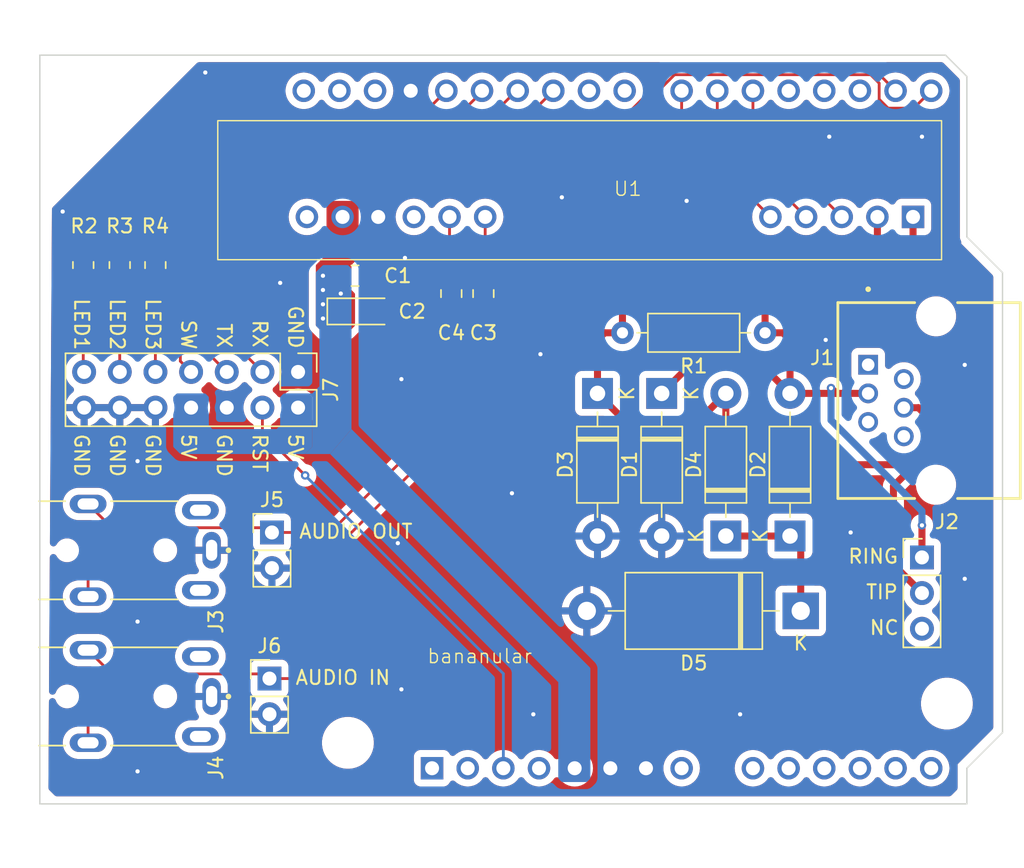
<source format=kicad_pcb>
(kicad_pcb (version 20240108) (generator "pcbnew") (generator_version "8.0")
  (title_block (title "Telduino") (date "2024-11-13") (rev "0.1"))
  (layers (0 "F.Cu" signal) (31 "B.Cu" signal) (34 "B.Paste" user) (35 "F.Paste" user) (36 "B.SilkS" user "B.Silkscreen") (37 "F.SilkS" user "F.Silkscreen") (38 "B.Mask" user) (39 "F.Mask" user) (44 "Edge.Cuts" user))
  (net 0 "")
  (net 1 "Net-(A1-D7)")
  (net 2 "Net-(A1-D5)")
  (net 13 "5V")
  (net 14 "GND")
  (net 19 "Net-(A1-D6)")
  (net 24 "Net-(J6-Pin_1)")
  (net 25 "Net-(U1-VR)")
  (net 27 "Net-(J5-Pin_1)")
  (net 28 "Net-(U1-VX)")
  (net 30 "Net-(D1-K)")
  (net 31 "Net-(D2-K)")
  (net 32 "Net-(D3-K)")
  (net 41 "Net-(A1-D1{slash}TX)")
  (net 42 "Net-(A1-D0{slash}RX)")
  (net 43 "Net-(A1-~{RESET})")
  (net 44 "Net-(A1-D13)")
  (net 45 "Net-(A1-D12)")
  (net 46 "Net-(A1-D11)")
  (net 47 "Net-(A1-D10)")
  (net 48 "Net-(J7-Pin_9)")
  (net 49 "Net-(J7-Pin_11)")
  (net 50 "Net-(J7-Pin_13)")
  (footprint "telduino:GCT_MJ3235-66-0_REVA" (layer "F.Cu") (at 180.848 98.806 90)
    (property "Reference" "J1" (at 3.048 -7.62 180) (layer "F.SilkS"))
    (property "Value" "RJ12")
    (fp_line (start 6.975 -6.5) (end 6.975 -1.03) (stroke (width 0.2)) (layer "F.SilkS"))
    (fp_line (start -6.975 -6.5) (end 6.975 -6.5) (stroke (width 0.2)) (layer "F.SilkS"))
    (fp_line (start -6.975 -6.5) (end -6.975 -1.03) (stroke (width 0.2)) (layer "F.SilkS"))
    (fp_line (start 6.975 6.5) (end 6.975 2.03) (stroke (width 0.2)) (layer "F.SilkS"))
    (fp_line (start -6.975 6.5) (end -6.975 2.03) (stroke (width 0.2)) (layer "F.SilkS"))
    (fp_line (start -6.975 6.5) (end 6.975 6.5) (stroke (width 0.2)) (layer "F.SilkS"))
    (fp_circle (center 7.93 -4.34) (end 8.03 -4.34) (stroke (width 0.2)) (fill none) (layer "F.SilkS"))
    (pad "" np_thru_hole circle (at -6 0.5 90) (size 2.36 2.36) (drill 2.36) (layers "*.Cu" "*.Mask"))
    (pad "" np_thru_hole circle (at 6 0.5 90) (size 2.36 2.36) (drill 2.36) (layers "*.Cu" "*.Mask"))
    (pad "1" thru_hole rect (at 2.55 -4.34 90) (size 1.408 1.408) (drill 0.9) (layers "*.Cu" "*.Mask"))
    (pad "2" thru_hole circle (at 1.53 -1.8 90) (size 1.408 1.408) (drill 0.9) (layers "*.Cu" "*.Mask"))
    (pad "3" thru_hole circle (at 0.51 -4.34 90) (size 1.408 1.408) (drill 0.9) (layers "*.Cu" "*.Mask") (net 30 "Net-(D1-K)"))
    (pad "4" thru_hole circle (at -0.51 -1.8 90) (size 1.408 1.408) (drill 0.9) (layers "*.Cu" "*.Mask") (net 32 "Net-(D3-K)"))
    (pad "5" thru_hole circle (at -1.53 -4.34 90) (size 1.408 1.408) (drill 0.9) (layers "*.Cu" "*.Mask"))
    (pad "6" thru_hole circle (at -2.55 -1.8 90) (size 1.408 1.408) (drill 0.9) (layers "*.Cu" "*.Mask"))
  )
  (footprint "telduino:Arduino_UNO_R3" (layer "F.Cu") (at 145.44 76.74)
    (property "Reference" "A1" (hide yes))
    (property "Value" "Arduino_UNO_R3")
    (fp_line (start -27.94 -2.54) (end -27.94 50.8) (stroke (width 0.1)) (layer "Edge.Cuts"))
    (fp_line (start -27.94 50.8) (end 38.1 50.8) (stroke (width 0.1)) (layer "Edge.Cuts"))
    (fp_line (start 36.58 -2.54) (end -27.94 -2.54) (stroke (width 0.1)) (layer "Edge.Cuts"))
    (fp_line (start 38.1 -1.02) (end 36.58 -2.54) (stroke (width 0.1)) (layer "Edge.Cuts"))
    (fp_line (start 38.1 10.41) (end 38.1 -1.02) (stroke (width 0.1)) (layer "Edge.Cuts"))
    (fp_line (start 38.1 48.26) (end 40.64 45.72) (stroke (width 0.1)) (layer "Edge.Cuts"))
    (fp_line (start 38.1 50.8) (end 38.1 48.26) (stroke (width 0.1)) (layer "Edge.Cuts"))
    (fp_line (start 40.64 12.95) (end 38.1 10.41) (stroke (width 0.1)) (layer "Edge.Cuts"))
    (fp_line (start 40.64 45.72) (end 40.64 12.95) (stroke (width 0.1)) (layer "Edge.Cuts"))
    (pad "1" thru_hole rect (at 0 48.26 270) (size 1.6 1.6) (drill 1) (layers "*.Cu" "*.Mask"))
    (pad "2" thru_hole oval (at 2.54 48.26 270) (size 1.6 1.6) (drill 1) (layers "*.Cu" "*.Mask"))
    (pad "3" thru_hole oval (at 5.08 48.26 270) (size 1.6 1.6) (drill 1) (layers "*.Cu" "*.Mask") (net 43 "Net-(A1-~{RESET})"))
    (pad "4" thru_hole oval (at 7.62 48.26 270) (size 1.6 1.6) (drill 1) (layers "*.Cu" "*.Mask"))
    (pad "5" thru_hole oval (at 10.16 48.26 270) (size 1.6 1.6) (drill 1) (layers "*.Cu" "*.Mask") (net 13 "5V"))
    (pad "6" thru_hole oval (at 12.7 48.26 270) (size 1.6 1.6) (drill 1) (layers "*.Cu" "*.Mask") (net 14 "GND"))
    (pad "7" thru_hole oval (at 15.24 48.26 270) (size 1.6 1.6) (drill 1) (layers "*.Cu" "*.Mask") (net 14 "GND"))
    (pad "8" thru_hole oval (at 17.78 48.26 270) (size 1.6 1.6) (drill 1) (layers "*.Cu" "*.Mask"))
    (pad "9" thru_hole oval (at 22.86 48.26 270) (size 1.6 1.6) (drill 1) (layers "*.Cu" "*.Mask"))
    (pad "10" thru_hole oval (at 25.4 48.26 270) (size 1.6 1.6) (drill 1) (layers "*.Cu" "*.Mask"))
    (pad "11" thru_hole oval (at 27.94 48.26 270) (size 1.6 1.6) (drill 1) (layers "*.Cu" "*.Mask"))
    (pad "12" thru_hole oval (at 30.48 48.26 270) (size 1.6 1.6) (drill 1) (layers "*.Cu" "*.Mask"))
    (pad "13" thru_hole oval (at 33.02 48.26 270) (size 1.6 1.6) (drill 1) (layers "*.Cu" "*.Mask"))
    (pad "14" thru_hole oval (at 35.56 48.26 270) (size 1.6 1.6) (drill 1) (layers "*.Cu" "*.Mask"))
    (pad "15" thru_hole oval (at 35.56 0 270) (size 1.6 1.6) (drill 1) (layers "*.Cu" "*.Mask") (net 42 "Net-(A1-D0{slash}RX)"))
    (pad "16" thru_hole oval (at 33.02 0 270) (size 1.6 1.6) (drill 1) (layers "*.Cu" "*.Mask") (net 41 "Net-(A1-D1{slash}TX)"))
    (pad "17" thru_hole oval (at 30.48 0 270) (size 1.6 1.6) (drill 1) (layers "*.Cu" "*.Mask"))
    (pad "18" thru_hole oval (at 27.94 0 270) (size 1.6 1.6) (drill 1) (layers "*.Cu" "*.Mask"))
    (pad "19" thru_hole oval (at 25.4 0 270) (size 1.6 1.6) (drill 1) (layers "*.Cu" "*.Mask"))
    (pad "20" thru_hole oval (at 22.86 0 270) (size 1.6 1.6) (drill 1) (layers "*.Cu" "*.Mask") (net 2 "Net-(A1-D5)"))
    (pad "21" thru_hole oval (at 20.32 0 270) (size 1.6 1.6) (drill 1) (layers "*.Cu" "*.Mask") (net 19 "Net-(A1-D6)"))
    (pad "22" thru_hole oval (at 17.78 0 270) (size 1.6 1.6) (drill 1) (layers "*.Cu" "*.Mask") (net 1 "Net-(A1-D7)"))
    (pad "23" thru_hole oval (at 13.72 0 270) (size 1.6 1.6) (drill 1) (layers "*.Cu" "*.Mask"))
    (pad "24" thru_hole oval (at 11.18 0 270) (size 1.6 1.6) (drill 1) (layers "*.Cu" "*.Mask"))
    (pad "25" thru_hole oval (at 8.64 0 270) (size 1.6 1.6) (drill 1) (layers "*.Cu" "*.Mask") (net 47 "Net-(A1-D10)"))
    (pad "26" thru_hole oval (at 6.1 0 270) (size 1.6 1.6) (drill 1) (layers "*.Cu" "*.Mask") (net 46 "Net-(A1-D11)"))
    (pad "27" thru_hole oval (at 3.56 0 270) (size 1.6 1.6) (drill 1) (layers "*.Cu" "*.Mask") (net 45 "Net-(A1-D12)"))
    (pad "28" thru_hole oval (at 1.02 0 270) (size 1.6 1.6) (drill 1) (layers "*.Cu" "*.Mask") (net 44 "Net-(A1-D13)"))
    (pad "29" thru_hole oval (at -1.52 0 270) (size 1.6 1.6) (drill 1) (layers "*.Cu" "*.Mask") (net 14 "GND"))
    (pad "30" thru_hole oval (at -4.06 0 270) (size 1.6 1.6) (drill 1) (layers "*.Cu" "*.Mask"))
    (pad "31" thru_hole oval (at -6.6 0 270) (size 1.6 1.6) (drill 1) (layers "*.Cu" "*.Mask"))
    (pad "32" thru_hole oval (at -9.14 0 270) (size 1.6 1.6) (drill 1) (layers "*.Cu" "*.Mask"))
  )
  (footprint "MountingHole:MountingHole_3.2mm_M3" (layer "F.Cu") (at 139.446 123.19)
    (property "Reference" "H2" (hide yes))
    (property "Value" "MountingHole")
    (pad "" np_thru_hole circle (at 0 0) (size 3.2 3.2) (drill 3.2) (layers "*.Cu" "*.Mask"))
  )
  (footprint "Capacitor_SMD:C_0805_2012Metric_Pad1.18x1.45mm_HandSolder" (layer "F.Cu") (at 149.098 91.186 -90)
    (property "Reference" "C3" (at 2.794 0 180) (layer "F.SilkS"))
    (property "Value" "100n")
    (fp_line (start -0.261252 0.735) (end 0.261252 0.735) (stroke (width 0.12)) (layer "F.SilkS"))
    (fp_line (start -0.261252 -0.735) (end 0.261252 -0.735) (stroke (width 0.12)) (layer "F.SilkS"))
    (pad "1" smd roundrect (at -1.0375 0 270) (size 1.175 1.45) (layers "F.Cu" "F.Paste" "F.Mask") (roundrect_rratio 0.212766) (net 25 "Net-(U1-VR)"))
    (pad "2" smd roundrect (at 1.0375 0 270) (size 1.175 1.45) (layers "F.Cu" "F.Paste" "F.Mask") (roundrect_rratio 0.212766) (net 24 "Net-(J6-Pin_1)"))
  )
  (footprint "Capacitor_Tantalum_SMD:CP_EIA-3216-18_Kemet-A_Pad1.58x1.35mm_HandSolder" (layer "F.Cu") (at 140.462 92.456)
    (property "Reference" "C2" (at 3.556 0 0) (layer "F.SilkS"))
    (property "Value" "10u")
    (fp_line (start -2.485 -0.935) (end -2.485 0.935) (stroke (width 0.12)) (layer "F.SilkS"))
    (fp_line (start -2.485 0.935) (end 1.6 0.935) (stroke (width 0.12)) (layer "F.SilkS"))
    (fp_line (start 1.6 -0.935) (end -2.485 -0.935) (stroke (width 0.12)) (layer "F.SilkS"))
    (pad "1" smd roundrect (at -1.4375 0) (size 1.575 1.35) (layers "F.Cu" "F.Paste" "F.Mask") (roundrect_rratio 0.185185) (net 13 "5V"))
    (pad "2" smd roundrect (at 1.4375 0) (size 1.575 1.35) (layers "F.Cu" "F.Paste" "F.Mask") (roundrect_rratio 0.185185) (net 14 "GND"))
  )
  (footprint "telduino:KS0835F" (layer "F.Cu") (at 159.385 85.725)
    (property "Reference" "U1" (at 0 -2 0) (layer "F.SilkS") (effects (font (thickness 0.1))))
    (property "Value" "KS0835F")
    (fp_rect (start -29.21 -6.858) (end 22.352 3.048) (stroke (width 0.1)) (fill none) (layer "F.SilkS"))
    (pad "1" thru_hole rect (at 20.32 0) (size 1.6 1.6) (drill 1) (layers "*.Cu" "*.Mask") (net 30 "Net-(D1-K)"))
    (pad "2" thru_hole circle (at 17.78 0) (size 1.6 1.6) (drill 1) (layers "*.Cu" "*.Mask") (net 32 "Net-(D3-K)"))
    (pad "3" thru_hole circle (at 15.24 0) (size 1.6 1.6) (drill 1) (layers "*.Cu" "*.Mask") (net 2 "Net-(A1-D5)"))
    (pad "4" thru_hole circle (at 12.7 0) (size 1.6 1.6) (drill 1) (layers "*.Cu" "*.Mask") (net 19 "Net-(A1-D6)"))
    (pad "5" thru_hole circle (at 10.16 0) (size 1.6 1.6) (drill 1) (layers "*.Cu" "*.Mask") (net 1 "Net-(A1-D7)"))
    (pad "6" thru_hole circle (at -10.16 0) (size 1.6 1.6) (drill 1) (layers "*.Cu" "*.Mask") (net 25 "Net-(U1-VR)"))
    (pad "7" thru_hole circle (at -12.7 0) (size 1.6 1.6) (drill 1) (layers "*.Cu" "*.Mask") (net 28 "Net-(U1-VX)"))
    (pad "8" thru_hole circle (at -15.24 0) (size 1.6 1.6) (drill 1) (layers "*.Cu" "*.Mask"))
    (pad "9" thru_hole circle (at -17.78 0) (size 1.6 1.6) (drill 1) (layers "*.Cu" "*.Mask") (net 14 "GND"))
    (pad "10" thru_hole circle (at -20.32 0) (size 1.6 1.6) (drill 1) (layers "*.Cu" "*.Mask") (net 13 "5V"))
    (pad "11" thru_hole circle (at -22.86 0) (size 1.6 1.6) (drill 1) (layers "*.Cu" "*.Mask"))
  )
  (footprint "Resistor_SMD:R_0805_2012Metric_Pad1.20x1.40mm_HandSolder" (layer "F.Cu") (at 120.592 89.154 90)
    (property "Reference" "R2" (at 2.778 0.058 180) (layer "F.SilkS"))
    (property "Value" "220R")
    (fp_line (start -0.227064 -0.735) (end 0.227064 -0.735) (stroke (width 0.12)) (layer "F.SilkS"))
    (fp_line (start -0.227064 0.735) (end 0.227064 0.735) (stroke (width 0.12)) (layer "F.SilkS"))
    (pad "1" smd roundrect (at -1 0 90) (size 1.2 1.4) (layers "F.Cu" "F.Paste" "F.Mask") (roundrect_rratio 0.208333) (net 50 "Net-(J7-Pin_13)"))
    (pad "2" smd roundrect (at 1 0 90) (size 1.2 1.4) (layers "F.Cu" "F.Paste" "F.Mask") (roundrect_rratio 0.208333) (net 44 "Net-(A1-D13)"))
  )
  (footprint "Connector_PinHeader_2.54mm:PinHeader_1x02_P2.54mm_Vertical" (layer "F.Cu") (at 133.858 118.613)
    (property "Reference" "J6" (at 0 -2.33 0) (layer "F.SilkS"))
    (property "Value" "Conn_01x02_Pin")
    (fp_line (start -1.33 -1.33) (end 0 -1.33) (stroke (width 0.12)) (layer "F.SilkS"))
    (fp_line (start -1.33 0) (end -1.33 -1.33) (stroke (width 0.12)) (layer "F.SilkS"))
    (fp_line (start -1.33 1.27) (end -1.33 3.87) (stroke (width 0.12)) (layer "F.SilkS"))
    (fp_line (start -1.33 1.27) (end 1.33 1.27) (stroke (width 0.12)) (layer "F.SilkS"))
    (fp_line (start -1.33 3.87) (end 1.33 3.87) (stroke (width 0.12)) (layer "F.SilkS"))
    (fp_line (start 1.33 1.27) (end 1.33 3.87) (stroke (width 0.12)) (layer "F.SilkS"))
    (pad "1" thru_hole rect (at 0 0) (size 1.7 1.7) (drill 1) (layers "*.Cu" "*.Mask") (net 24 "Net-(J6-Pin_1)"))
    (pad "2" thru_hole oval (at 0 2.54) (size 1.7 1.7) (drill 1) (layers "*.Cu" "*.Mask") (net 14 "GND"))
  )
  (footprint "Diode_THT:D_DO-41_SOD81_P10.16mm_Horizontal" (layer "F.Cu") (at 157.226 98.298 -90)
    (property "Reference" "D3" (at 5.08 2.286 90) (layer "F.SilkS"))
    (property "Value" "1N4004")
    (fp_line (start 2.36 1.47) (end 7.8 1.47) (stroke (width 0.12)) (layer "F.SilkS"))
    (fp_line (start 7.8 1.47) (end 7.8 -1.47) (stroke (width 0.12)) (layer "F.SilkS"))
    (fp_line (start 1.34 0) (end 2.36 0) (stroke (width 0.12)) (layer "F.SilkS"))
    (fp_line (start 8.82 0) (end 7.8 0) (stroke (width 0.12)) (layer "F.SilkS"))
    (fp_line (start 2.36 -1.47) (end 2.36 1.47) (stroke (width 0.12)) (layer "F.SilkS"))
    (fp_line (start 3.14 -1.47) (end 3.14 1.47) (stroke (width 0.12)) (layer "F.SilkS"))
    (fp_line (start 3.26 -1.47) (end 3.26 1.47) (stroke (width 0.12)) (layer "F.SilkS"))
    (fp_line (start 3.38 -1.47) (end 3.38 1.47) (stroke (width 0.12)) (layer "F.SilkS"))
    (fp_line (start 7.8 -1.47) (end 2.36 -1.47) (stroke (width 0.12)) (layer "F.SilkS"))
    (fp_text user "K" (at 0 -2.1 90) (layer "F.SilkS"))
    (pad "1" thru_hole rect (at 0 0 270) (size 2.2 2.2) (drill 1.1) (layers "*.Cu" "*.Mask") (net 32 "Net-(D3-K)"))
    (pad "2" thru_hole oval (at 10.16 0 270) (size 2.2 2.2) (drill 1.1) (layers "*.Cu" "*.Mask") (net 14 "GND"))
  )
  (footprint "LOGO" (layer "F.Cu") (at 148.844 112.776)
    (property "Reference" "G***" (hide yes))
    (property "Value" "LOGO" (hide yes))
  )
  (footprint "Connector_PinHeader_2.54mm:PinHeader_1x02_P2.54mm_Vertical" (layer "F.Cu") (at 134.034 108.204)
    (property "Reference" "J5" (at 0 -2.33 0) (layer "F.SilkS"))
    (property "Value" "Conn_01x02_Pin")
    (fp_line (start -1.33 -1.33) (end 0 -1.33) (stroke (width 0.12)) (layer "F.SilkS"))
    (fp_line (start -1.33 0) (end -1.33 -1.33) (stroke (width 0.12)) (layer "F.SilkS"))
    (fp_line (start -1.33 1.27) (end -1.33 3.87) (stroke (width 0.12)) (layer "F.SilkS"))
    (fp_line (start -1.33 1.27) (end 1.33 1.27) (stroke (width 0.12)) (layer "F.SilkS"))
    (fp_line (start -1.33 3.87) (end 1.33 3.87) (stroke (width 0.12)) (layer "F.SilkS"))
    (fp_line (start 1.33 1.27) (end 1.33 3.87) (stroke (width 0.12)) (layer "F.SilkS"))
    (pad "1" thru_hole rect (at 0 0) (size 1.7 1.7) (drill 1) (layers "*.Cu" "*.Mask") (net 27 "Net-(J5-Pin_1)"))
    (pad "2" thru_hole oval (at 0 2.54) (size 1.7 1.7) (drill 1) (layers "*.Cu" "*.Mask") (net 14 "GND"))
  )
  (footprint "Diode_THT:D_DO-201_P15.24mm_Horizontal" (layer "F.Cu") (at 171.704 113.792 180)
    (property "Reference" "D5" (at 7.62 -3.725 0) (layer "F.SilkS"))
    (property "Value" "1N5375B")
    (fp_line (start 13.7 0) (end 12.505 0) (stroke (width 0.12)) (layer "F.SilkS"))
    (fp_line (start 12.505 2.725) (end 12.505 -2.725) (stroke (width 0.12)) (layer "F.SilkS"))
    (fp_line (start 12.505 -2.725) (end 2.735 -2.725) (stroke (width 0.12)) (layer "F.SilkS"))
    (fp_line (start 4.4045 -2.725) (end 4.4045 2.725) (stroke (width 0.12)) (layer "F.SilkS"))
    (fp_line (start 4.2845 -2.725) (end 4.2845 2.725) (stroke (width 0.12)) (layer "F.SilkS"))
    (fp_line (start 4.1645 -2.725) (end 4.1645 2.725) (stroke (width 0.12)) (layer "F.SilkS"))
    (fp_line (start 2.735 2.725) (end 12.505 2.725) (stroke (width 0.12)) (layer "F.SilkS"))
    (fp_line (start 2.735 -2.725) (end 2.735 2.725) (stroke (width 0.12)) (layer "F.SilkS"))
    (fp_line (start 1.54 0) (end 2.735 0) (stroke (width 0.12)) (layer "F.SilkS"))
    (fp_text user "K" (at 0 -2.3 0) (layer "F.SilkS"))
    (pad "1" thru_hole rect (at 0 0 180) (size 2.6 2.6) (drill 1.3) (layers "*.Cu" "*.Mask") (net 31 "Net-(D2-K)"))
    (pad "2" thru_hole oval (at 15.24 0 180) (size 2.6 2.6) (drill 1.3) (layers "*.Cu" "*.Mask") (net 14 "GND"))
  )
  (footprint "Resistor_SMD:R_0805_2012Metric_Pad1.20x1.40mm_HandSolder" (layer "F.Cu") (at 123.19 89.154 90)
    (property "Reference" "R3" (at 2.778 0 180) (layer "F.SilkS"))
    (property "Value" "220R")
    (fp_line (start -0.227064 -0.735) (end 0.227064 -0.735) (stroke (width 0.12)) (layer "F.SilkS"))
    (fp_line (start -0.227064 0.735) (end 0.227064 0.735) (stroke (width 0.12)) (layer "F.SilkS"))
    (pad "1" smd roundrect (at -1 0 90) (size 1.2 1.4) (layers "F.Cu" "F.Paste" "F.Mask") (roundrect_rratio 0.208333) (net 49 "Net-(J7-Pin_11)"))
    (pad "2" smd roundrect (at 1 0 90) (size 1.2 1.4) (layers "F.Cu" "F.Paste" "F.Mask") (roundrect_rratio 0.208333) (net 45 "Net-(A1-D12)"))
  )
  (footprint "Connector_PinHeader_2.54mm:PinHeader_1x03_P2.54mm_Vertical" (layer "F.Cu") (at 180.34 109.982)
    (property "Reference" "J2" (at 1.778 -2.54 0) (layer "F.SilkS"))
    (property "Value" "Conn_01x03_Pin")
    (fp_line (start -1.33 -1.33) (end 0 -1.33) (stroke (width 0.12)) (layer "F.SilkS"))
    (fp_line (start -1.33 0) (end -1.33 -1.33) (stroke (width 0.12)) (layer "F.SilkS"))
    (fp_line (start -1.33 1.27) (end -1.33 6.41) (stroke (width 0.12)) (layer "F.SilkS"))
    (fp_line (start -1.33 1.27) (end 1.33 1.27) (stroke (width 0.12)) (layer "F.SilkS"))
    (fp_line (start -1.33 6.41) (end 1.33 6.41) (stroke (width 0.12)) (layer "F.SilkS"))
    (fp_line (start 1.33 1.27) (end 1.33 6.41) (stroke (width 0.12)) (layer "F.SilkS"))
    (pad "1" thru_hole rect (at 0 0) (size 1.7 1.7) (drill 1) (layers "*.Cu" "*.Mask") (net 30 "Net-(D1-K)"))
    (pad "2" thru_hole oval (at 0 2.54) (size 1.7 1.7) (drill 1) (layers "*.Cu" "*.Mask") (net 32 "Net-(D3-K)"))
    (pad "3" thru_hole oval (at 0 5.08) (size 1.7 1.7) (drill 1) (layers "*.Cu" "*.Mask"))
  )
  (footprint "Resistor_THT:R_Axial_DIN0207_L6.3mm_D2.5mm_P10.16mm_Horizontal" (layer "F.Cu") (at 169.164 93.98 180)
    (property "Reference" "R1" (at 5.08 -2.37 0) (layer "F.SilkS"))
    (property "Value" "1M")
    (fp_line (start 9.12 0) (end 8.35 0) (stroke (width 0.12)) (layer "F.SilkS"))
    (fp_line (start 8.35 1.37) (end 8.35 -1.37) (stroke (width 0.12)) (layer "F.SilkS"))
    (fp_line (start 8.35 -1.37) (end 1.81 -1.37) (stroke (width 0.12)) (layer "F.SilkS"))
    (fp_line (start 1.81 1.37) (end 8.35 1.37) (stroke (width 0.12)) (layer "F.SilkS"))
    (fp_line (start 1.81 -1.37) (end 1.81 1.37) (stroke (width 0.12)) (layer "F.SilkS"))
    (fp_line (start 1.04 0) (end 1.81 0) (stroke (width 0.12)) (layer "F.SilkS"))
    (pad "1" thru_hole circle (at 0 0 180) (size 1.6 1.6) (drill 0.8) (layers "*.Cu" "*.Mask") (net 30 "Net-(D1-K)"))
    (pad "2" thru_hole oval (at 10.16 0 180) (size 1.6 1.6) (drill 0.8) (layers "*.Cu" "*.Mask") (net 32 "Net-(D3-K)"))
  )
  (footprint "Connector_PinHeader_2.54mm:PinHeader_2x07_P2.54mm_Vertical" (layer "F.Cu") (at 135.895 96.769 -90)
    (property "Reference" "J7" (at 1.27 -2.33 90) (layer "F.SilkS"))
    (property "Value" "Conn_02x07_Odd_Even")
    (fp_line (start -1.33 16.57) (end 3.87 16.57) (stroke (width 0.12)) (layer "F.SilkS"))
    (fp_line (start -1.33 1.27) (end -1.33 16.57) (stroke (width 0.12)) (layer "F.SilkS"))
    (fp_line (start -1.33 1.27) (end 1.27 1.27) (stroke (width 0.12)) (layer "F.SilkS"))
    (fp_line (start 1.27 1.27) (end 1.27 -1.33) (stroke (width 0.12)) (layer "F.SilkS"))
    (fp_line (start -1.33 0) (end -1.33 -1.33) (stroke (width 0.12)) (layer "F.SilkS"))
    (fp_line (start -1.33 -1.33) (end 0 -1.33) (stroke (width 0.12)) (layer "F.SilkS"))
    (fp_line (start 1.27 -1.33) (end 3.87 -1.33) (stroke (width 0.12)) (layer "F.SilkS"))
    (fp_line (start 3.87 -1.33) (end 3.87 16.57) (stroke (width 0.12)) (layer "F.SilkS"))
    (pad "1" thru_hole rect (at 0 0 270) (size 1.7 1.7) (drill 1) (layers "*.Cu" "*.Mask") (net 14 "GND"))
    (pad "2" thru_hole oval (at 2.54 0 270) (size 1.7 1.7) (drill 1) (layers "*.Cu" "*.Mask") (net 13 "5V"))
    (pad "3" thru_hole oval (at 0 2.54 270) (size 1.7 1.7) (drill 1) (layers "*.Cu" "*.Mask") (net 42 "Net-(A1-D0{slash}RX)"))
    (pad "4" thru_hole oval (at 2.54 2.54 270) (size 1.7 1.7) (drill 1) (layers "*.Cu" "*.Mask") (net 43 "Net-(A1-~{RESET})"))
    (pad "5" thru_hole oval (at 0 5.08 270) (size 1.7 1.7) (drill 1) (layers "*.Cu" "*.Mask") (net 41 "Net-(A1-D1{slash}TX)"))
    (pad "6" thru_hole oval (at 2.54 5.08 270) (size 1.7 1.7) (drill 1) (layers "*.Cu" "*.Mask") (net 14 "GND"))
    (pad "7" thru_hole oval (at 0 7.62 270) (size 1.7 1.7) (drill 1) (layers "*.Cu" "*.Mask") (net 47 "Net-(A1-D10)"))
    (pad "8" thru_hole oval (at 2.54 7.62 270) (size 1.7 1.7) (drill 1) (layers "*.Cu" "*.Mask") (net 13 "5V"))
    (pad "9" thru_hole oval (at 0 10.16 270) (size 1.7 1.7) (drill 1) (layers "*.Cu" "*.Mask") (net 48 "Net-(J7-Pin_9)"))
    (pad "10" thru_hole oval (at 2.54 10.16 270) (size 1.7 1.7) (drill 1) (layers "*.Cu" "*.Mask") (net 14 "GND"))
    (pad "11" thru_hole oval (at 0 12.7 270) (size 1.7 1.7) (drill 1) (layers "*.Cu" "*.Mask") (net 49 "Net-(J7-Pin_11)"))
    (pad "12" thru_hole oval (at 2.54 12.7 270) (size 1.7 1.7) (drill 1) (layers "*.Cu" "*.Mask") (net 14 "GND"))
    (pad "13" thru_hole oval (at 0 15.24 270) (size 1.7 1.7) (drill 1) (layers "*.Cu" "*.Mask") (net 50 "Net-(J7-Pin_13)"))
    (pad "14" thru_hole oval (at 2.54 15.24 270) (size 1.7 1.7) (drill 1) (layers "*.Cu" "*.Mask") (net 14 "GND"))
  )
  (footprint "Diode_THT:D_DO-41_SOD81_P10.16mm_Horizontal" (layer "F.Cu") (at 170.942 108.458 90)
    (property "Reference" "D2" (at 5.08 -2.286 90) (layer "F.SilkS"))
    (property "Value" "1N4004")
    (fp_line (start 7.8 -1.47) (end 2.36 -1.47) (stroke (width 0.12)) (layer "F.SilkS"))
    (fp_line (start 3.38 -1.47) (end 3.38 1.47) (stroke (width 0.12)) (layer "F.SilkS"))
    (fp_line (start 3.26 -1.47) (end 3.26 1.47) (stroke (width 0.12)) (layer "F.SilkS"))
    (fp_line (start 3.14 -1.47) (end 3.14 1.47) (stroke (width 0.12)) (layer "F.SilkS"))
    (fp_line (start 2.36 -1.47) (end 2.36 1.47) (stroke (width 0.12)) (layer "F.SilkS"))
    (fp_line (start 8.82 0) (end 7.8 0) (stroke (width 0.12)) (layer "F.SilkS"))
    (fp_line (start 1.34 0) (end 2.36 0) (stroke (width 0.12)) (layer "F.SilkS"))
    (fp_line (start 7.8 1.47) (end 7.8 -1.47) (stroke (width 0.12)) (layer "F.SilkS"))
    (fp_line (start 2.36 1.47) (end 7.8 1.47) (stroke (width 0.12)) (layer "F.SilkS"))
    (fp_text user "K" (at 0 -2.1 90) (layer "F.SilkS"))
    (pad "1" thru_hole rect (at 0 0 90) (size 2.2 2.2) (drill 1.1) (layers "*.Cu" "*.Mask") (net 31 "Net-(D2-K)"))
    (pad "2" thru_hole oval (at 10.16 0 90) (size 2.2 2.2) (drill 1.1) (layers "*.Cu" "*.Mask") (net 30 "Net-(D1-K)"))
  )
  (footprint "Resistor_SMD:R_0805_2012Metric_Pad1.20x1.40mm_HandSolder" (layer "F.Cu") (at 125.73 89.154 90)
    (property "Reference" "R4" (at 2.778 0 180) (layer "F.SilkS"))
    (property "Value" "220R")
    (fp_line (start -0.227064 -0.735) (end 0.227064 -0.735) (stroke (width 0.12)) (layer "F.SilkS"))
    (fp_line (start -0.227064 0.735) (end 0.227064 0.735) (stroke (width 0.12)) (layer "F.SilkS"))
    (pad "1" smd roundrect (at -1 0 90) (size 1.2 1.4) (layers "F.Cu" "F.Paste" "F.Mask") (roundrect_rratio 0.208333) (net 48 "Net-(J7-Pin_9)"))
    (pad "2" smd roundrect (at 1 0 90) (size 1.2 1.4) (layers "F.Cu" "F.Paste" "F.Mask") (roundrect_rratio 0.208333) (net 46 "Net-(A1-D11)"))
  )
  (footprint "MountingHole:MountingHole_3.2mm_M3" (layer "F.Cu") (at 182.118 120.396)
    (property "Reference" "H3" (hide yes))
    (property "Value" "MountingHole")
    (pad "" np_thru_hole circle (at 0 0) (size 3.2 3.2) (drill 3.2) (layers "*.Cu" "*.Mask"))
  )
  (footprint "Diode_THT:D_DO-41_SOD81_P10.16mm_Horizontal" (layer "F.Cu") (at 161.798 98.298 -90)
    (property "Reference" "D1" (at 5.08 2.286 90) (layer "F.SilkS"))
    (property "Value" "1N4004")
    (fp_line (start 2.36 1.47) (end 7.8 1.47) (stroke (width 0.12)) (layer "F.SilkS"))
    (fp_line (start 7.8 1.47) (end 7.8 -1.47) (stroke (width 0.12)) (layer "F.SilkS"))
    (fp_line (start 1.34 0) (end 2.36 0) (stroke (width 0.12)) (layer "F.SilkS"))
    (fp_line (start 8.82 0) (end 7.8 0) (stroke (width 0.12)) (layer "F.SilkS"))
    (fp_line (start 2.36 -1.47) (end 2.36 1.47) (stroke (width 0.12)) (layer "F.SilkS"))
    (fp_line (start 3.14 -1.47) (end 3.14 1.47) (stroke (width 0.12)) (layer "F.SilkS"))
    (fp_line (start 3.26 -1.47) (end 3.26 1.47) (stroke (width 0.12)) (layer "F.SilkS"))
    (fp_line (start 3.38 -1.47) (end 3.38 1.47) (stroke (width 0.12)) (layer "F.SilkS"))
    (fp_line (start 7.8 -1.47) (end 2.36 -1.47) (stroke (width 0.12)) (layer "F.SilkS"))
    (fp_text user "K" (at 0 -2.1 90) (layer "F.SilkS"))
    (pad "1" thru_hole rect (at 0 0 270) (size 2.2 2.2) (drill 1.1) (layers "*.Cu" "*.Mask") (net 30 "Net-(D1-K)"))
    (pad "2" thru_hole oval (at 10.16 0 270) (size 2.2 2.2) (drill 1.1) (layers "*.Cu" "*.Mask") (net 14 "GND"))
  )
  (footprint "Capacitor_SMD:C_0805_2012Metric_Pad1.18x1.45mm_HandSolder" (layer "F.Cu") (at 139.954 89.916)
    (property "Reference" "C1" (at 3.048 0 0) (layer "F.SilkS"))
    (property "Value" "100n")
    (fp_line (start -0.261252 -0.735) (end 0.261252 -0.735) (stroke (width 0.12)) (layer "F.SilkS"))
    (fp_line (start -0.261252 0.735) (end 0.261252 0.735) (stroke (width 0.12)) (layer "F.SilkS"))
    (pad "1" smd roundrect (at -1.0375 0) (size 1.175 1.45) (layers "F.Cu" "F.Paste" "F.Mask") (roundrect_rratio 0.212766) (net 13 "5V"))
    (pad "2" smd roundrect (at 1.0375 0) (size 1.175 1.45) (layers "F.Cu" "F.Paste" "F.Mask") (roundrect_rratio 0.212766) (net 14 "GND"))
  )
  (footprint "Diode_THT:D_DO-41_SOD81_P10.16mm_Horizontal" (layer "F.Cu") (at 166.37 108.458 90)
    (property "Reference" "D4" (at 5.08 -2.286 90) (layer "F.SilkS"))
    (property "Value" "1N4004")
    (fp_line (start 7.8 -1.47) (end 2.36 -1.47) (stroke (width 0.12)) (layer "F.SilkS"))
    (fp_line (start 3.38 -1.47) (end 3.38 1.47) (stroke (width 0.12)) (layer "F.SilkS"))
    (fp_line (start 3.26 -1.47) (end 3.26 1.47) (stroke (width 0.12)) (layer "F.SilkS"))
    (fp_line (start 3.14 -1.47) (end 3.14 1.47) (stroke (width 0.12)) (layer "F.SilkS"))
    (fp_line (start 2.36 -1.47) (end 2.36 1.47) (stroke (width 0.12)) (layer "F.SilkS"))
    (fp_line (start 8.82 0) (end 7.8 0) (stroke (width 0.12)) (layer "F.SilkS"))
    (fp_line (start 1.34 0) (end 2.36 0) (stroke (width 0.12)) (layer "F.SilkS"))
    (fp_line (start 7.8 1.47) (end 7.8 -1.47) (stroke (width 0.12)) (layer "F.SilkS"))
    (fp_line (start 2.36 1.47) (end 7.8 1.47) (stroke (width 0.12)) (layer "F.SilkS"))
    (fp_text user "K" (at 0 -2.1 90) (layer "F.SilkS"))
    (pad "1" thru_hole rect (at 0 0 90) (size 2.2 2.2) (drill 1.1) (layers "*.Cu" "*.Mask") (net 31 "Net-(D2-K)"))
    (pad "2" thru_hole oval (at 10.16 0 90) (size 2.2 2.2) (drill 1.1) (layers "*.Cu" "*.Mask") (net 32 "Net-(D3-K)"))
  )
  (footprint "Capacitor_SMD:C_0805_2012Metric_Pad1.18x1.45mm_HandSolder" (layer "F.Cu") (at 146.812 91.186 -90)
    (property "Reference" "C4" (at 2.794 0 180) (layer "F.SilkS"))
    (property "Value" "100n")
    (fp_line (start -0.261252 0.735) (end 0.261252 0.735) (stroke (width 0.12)) (layer "F.SilkS"))
    (fp_line (start -0.261252 -0.735) (end 0.261252 -0.735) (stroke (width 0.12)) (layer "F.SilkS"))
    (pad "1" smd roundrect (at -1.0375 0 270) (size 1.175 1.45) (layers "F.Cu" "F.Paste" "F.Mask") (roundrect_rratio 0.212766) (net 28 "Net-(U1-VX)"))
    (pad "2" smd roundrect (at 1.0375 0 270) (size 1.175 1.45) (layers "F.Cu" "F.Paste" "F.Mask") (roundrect_rratio 0.212766) (net 27 "Net-(J5-Pin_1)"))
  )
  (footprint "MountingHole:MountingHole_3.2mm_M3" (layer "F.Cu") (at 121.768 78.232)
    (property "Reference" "H1" (hide yes))
    (property "Value" "MountingHole")
    (pad "" np_thru_hole circle (at 0 0) (size 3.2 3.2) (drill 3.2) (layers "*.Cu" "*.Mask"))
  )
  (footprint "telduino:TENSILITY_54-00174" (layer "F.Cu") (at 122.936 119.888 -90)
    (property "Reference" "J4" (at 5.08 -7.112 90) (layer "F.SilkS"))
    (property "Value" "AudioJack4")
    (fp_line (start -3.5 5.5) (end -3.5 3.628) (stroke (width 0.127)) (layer "F.SilkS"))
    (fp_line (start 3.5 5.5) (end 3.5 3.628) (stroke (width 0.127)) (layer "F.SilkS"))
    (fp_line (start -3.5 -4.372) (end -3.5 0.372) (stroke (width 0.127)) (layer "F.SilkS"))
    (fp_line (start 3.5 -4.372) (end 3.5 0.372) (stroke (width 0.127)) (layer "F.SilkS"))
    (fp_circle (center 0 -8) (end 0.1 -8) (stroke (width 0.2)) (fill none) (layer "F.SilkS"))
    (pad "" np_thru_hole circle (at 0 -3.5 270) (size 1.2 1.2) (drill 1.2) (layers "*.Cu" "*.Mask"))
    (pad "" np_thru_hole circle (at 0 3.5 270) (size 1.2 1.2) (drill 1.2) (layers "*.Cu" "*.Mask"))
    (pad "R1" thru_hole oval (at 2.85 -6 270) (size 1.308 2.616) (drill oval 0.8 1.5) (layers "*.Cu" "*.Mask"))
    (pad "R2" thru_hole oval (at -2.85 -6 270) (size 1.308 2.616) (drill oval 0.8 1.5) (layers "*.Cu" "*.Mask"))
    (pad "S" thru_hole oval (at 0 -6.8 270) (size 2.616 1.308) (drill oval 1.5 0.8) (layers "*.Cu" "*.Mask") (net 14 "GND"))
    (pad "T" thru_hole oval (at -3.3 2 270) (size 1.308 2.616) (drill oval 0.8 1.5) (layers "*.Cu" "*.Mask") (net 24 "Net-(J6-Pin_1)"))
    (pad "T" thru_hole oval (at 3.3 2 270) (size 1.308 2.616) (drill oval 0.8 1.5) (layers "*.Cu" "*.Mask") (net 24 "Net-(J6-Pin_1)"))
  )
  (footprint "telduino:TENSILITY_54-00174" (layer "F.Cu") (at 122.936 109.474 -90)
    (property "Reference" "J3" (at 5.08 -7.112 90) (layer "F.SilkS"))
    (property "Value" "AudioJack4")
    (fp_line (start -3.5 5.5) (end -3.5 3.628) (stroke (width 0.127)) (layer "F.SilkS"))
    (fp_line (start 3.5 5.5) (end 3.5 3.628) (stroke (width 0.127)) (layer "F.SilkS"))
    (fp_line (start -3.5 -4.372) (end -3.5 0.372) (stroke (width 0.127)) (layer "F.SilkS"))
    (fp_line (start 3.5 -4.372) (end 3.5 0.372) (stroke (width 0.127)) (layer "F.SilkS"))
    (fp_circle (center 0 -8) (end 0.1 -8) (stroke (width 0.2)) (fill none) (layer "F.SilkS"))
    (pad "" np_thru_hole circle (at 0 -3.5 270) (size 1.2 1.2) (drill 1.2) (layers "*.Cu" "*.Mask"))
    (pad "" np_thru_hole circle (at 0 3.5 270) (size 1.2 1.2) (drill 1.2) (layers "*.Cu" "*.Mask"))
    (pad "R1" thru_hole oval (at 2.85 -6 270) (size 1.308 2.616) (drill oval 0.8 1.5) (layers "*.Cu" "*.Mask"))
    (pad "R2" thru_hole oval (at -2.85 -6 270) (size 1.308 2.616) (drill oval 0.8 1.5) (layers "*.Cu" "*.Mask"))
    (pad "S" thru_hole oval (at 0 -6.8 270) (size 2.616 1.308) (drill oval 1.5 0.8) (layers "*.Cu" "*.Mask") (net 14 "GND"))
    (pad "T" thru_hole oval (at -3.3 2 270) (size 1.308 2.616) (drill oval 0.8 1.5) (layers "*.Cu" "*.Mask") (net 27 "Net-(J5-Pin_1)"))
    (pad "T" thru_hole oval (at 3.3 2 270) (size 1.308 2.616) (drill oval 0.8 1.5) (layers "*.Cu" "*.Mask") (net 27 "Net-(J5-Pin_1)"))
  )
  (gr_text "RST" (at 132.588 101.092 270) (layer "F.SilkS") (effects (font (size 1 1)) (justify left bottom)))
  (gr_text "LED2" (at 122.428 91.44 270) (layer "F.SilkS") (effects (font (size 1 1)) (justify left bottom)))
  (gr_text "LED3" (at 124.968 91.44 270) (layer "F.SilkS") (effects (font (size 1 1)) (justify left bottom)))
  (gr_text "GND" (at 122.428 101.092 270) (layer "F.SilkS") (effects (font (size 1 1)) (justify left bottom)))
  (gr_text "TIP" (at 176.276 113.03 0) (layer "F.SilkS") (effects (font (size 1 1)) (justify left bottom)))
  (gr_text "NC" (at 176.53 115.57 0) (layer "F.SilkS") (effects (font (size 1 1)) (justify left bottom)))
  (gr_text "GND" (at 135.128 91.948 270) (layer "F.SilkS") (effects (font (size 1 1)) (justify left bottom)))
  (gr_text "SW" (at 127.508 92.964 270) (layer "F.SilkS") (effects (font (size 1 1)) (justify left bottom)))
  (gr_text "RX" (at 132.588 92.964 270) (layer "F.SilkS") (effects (font (size 1 1)) (justify left bottom)))
  (gr_text "TX" (at 130.048 93.218 270) (layer "F.SilkS") (effects (font (size 1 1)) (justify left bottom)))
  (gr_text "GND" (at 119.888 101.092 270) (layer "F.SilkS") (effects (font (size 1 1)) (justify left bottom)))
  (gr_text "GND" (at 124.968 101.092 270) (layer "F.SilkS") (effects (font (size 1 1)) (justify left bottom)))
  (gr_text "LED1" (at 119.888 91.44 270) (layer "F.SilkS") (effects (font (size 1 1)) (justify left bottom)))
  (gr_text "AUDIO IN" (at 135.636 119.126 0) (layer "F.SilkS") (effects (font (size 1 1)) (justify left bottom)))
  (gr_text "RING" (at 175.006 110.49 0) (layer "F.SilkS") (effects (font (size 1 1)) (justify left bottom)))
  (gr_text "5V" (at 135.128 101.092 270) (layer "F.SilkS") (effects (font (size 1 1)) (justify left bottom)))
  (gr_text "GND" (at 130.048 101.092 270) (layer "F.SilkS") (effects (font (size 1 1)) (justify left bottom)))
  (gr_text "AUDIO OUT" (at 135.89 108.712 0) (layer "F.SilkS") (effects (font (size 1 1)) (justify left bottom)))
  (gr_text "5V" (at 127.508 101.092 270) (layer "F.SilkS") (effects (font (size 1 1)) (justify left bottom)))
  (gr_text "bananular" (at 145.034 117.602 0) (layer "F.SilkS") (effects (font (size 1 1) (thickness 0.1)) (justify left bottom)))
  (segment (start 163.22 79.4) (end 169.545 85.725) (width 0.2) (layer "F.Cu") (net 1))
  (segment (start 163.22 76.74) (end 163.22 79.4) (width 0.2) (layer "F.Cu") (net 1))
  (segment (start 168.3 79.4) (end 174.625 85.725) (width 0.2) (layer "F.Cu") (net 2))
  (segment (start 168.3 76.74) (end 168.3 79.4) (width 0.2) (layer "F.Cu") (net 2))
  (segment (start 139.0245 90.024) (end 138.9165 89.916) (width 0.2) (layer "F.Cu") (net 13))
  (segment (start 139.065 89.8105) (end 139.1705 89.916) (width 0.2) (layer "F.Cu") (net 13))
  (segment (start 139.2785 90.024) (end 139.1705 89.916) (width 0.2) (layer "F.Cu") (net 13))
  (segment (start 139.065 89.9835) (end 139.0245 90.024) (width 0.2) (layer "F.Cu") (net 13))
  (segment (start 139.0245 89.851) (end 139.065 89.8105) (width 0.2) (layer "F.Cu") (net 13))
  (segment (start 139.065 89.7675) (end 138.9165 89.916) (width 0.2) (layer "F.Cu") (net 13))
  (via (at 137.668 91.948) (size 0.6) (drill 0.3) (layers "F.Cu" "B.Cu") (net 13))
  (via (at 137.668 90.932) (size 0.6) (drill 0.3) (layers "F.Cu" "B.Cu") (net 13))
  (via (at 138.938 91.186) (size 0.6) (drill 0.3) (layers "F.Cu" "B.Cu") (net 13))
  (via (at 137.668 92.964) (size 0.6) (drill 0.3) (layers "F.Cu" "B.Cu") (net 13))
  (via (at 137.668 89.916) (size 0.6) (drill 0.3) (layers "F.Cu" "B.Cu") (net 13))
  (via (at 173.482 94.488) (size 0.6) (drill 0.3) (layers "F.Cu" "B.Cu") (net 14))
  (via (at 175.26 108.204) (size 0.6) (drill 0.3) (layers "F.Cu" "B.Cu") (net 14))
  (via (at 183.388 96.266) (size 0.6) (drill 0.3) (layers "F.Cu" "B.Cu") (net 14))
  (via (at 143.256 97.282) (size 0.6) (drill 0.3) (layers "F.Cu" "B.Cu") (net 14))
  (via (at 124.46 114.554) (size 0.6) (drill 0.3) (layers "F.Cu" "B.Cu") (net 14))
  (via (at 180.34 80.01) (size 0.6) (drill 0.3) (layers "F.Cu" "B.Cu") (net 14))
  (via (at 152.654 121.158) (size 0.6) (drill 0.3) (layers "F.Cu" "B.Cu") (net 14))
  (via (at 153.162 95.504) (size 0.6) (drill 0.3) (layers "F.Cu" "B.Cu") (net 14))
  (via (at 124.46 103.124) (size 0.6) (drill 0.3) (layers "F.Cu" "B.Cu") (net 14))
  (via (at 129.286 75.438) (size 0.6) (drill 0.3) (layers "F.Cu" "B.Cu") (net 14))
  (via (at 151.13 105.41) (size 0.6) (drill 0.3) (layers "F.Cu" "B.Cu") (net 14))
  (via (at 167.386 121.158) (size 0.6) (drill 0.3) (layers "F.Cu" "B.Cu") (net 14))
  (via (at 119.126 85.344) (size 0.6) (drill 0.3) (layers "F.Cu" "B.Cu") (net 14))
  (via (at 154.686 84.328) (size 0.6) (drill 0.3) (layers "F.Cu" "B.Cu") (net 14))
  (via (at 173.736 80.01) (size 0.6) (drill 0.3) (layers "F.Cu" "B.Cu") (net 14))
  (via (at 143.002 108.966) (size 0.6) (drill 0.3) (layers "F.Cu" "B.Cu") (net 14))
  (via (at 183.388 111.506) (size 0.6) (drill 0.3) (layers "F.Cu" "B.Cu") (net 14))
  (via (at 143.256 119.38) (size 0.6) (drill 0.3) (layers "F.Cu" "B.Cu") (net 14))
  (via (at 134.62 90.424) (size 0.6) (drill 0.3) (layers "F.Cu" "B.Cu") (net 14))
  (via (at 124.46 125.222) (size 0.6) (drill 0.3) (layers "F.Cu" "B.Cu") (net 14))
  (via (at 143.51 88.646) (size 0.6) (drill 0.3) (layers "F.Cu" "B.Cu") (net 14))
  (via (at 163.576 84.582) (size 0.6) (drill 0.3) (layers "F.Cu" "B.Cu") (net 14))
  (segment (start 165.76 79.4) (end 172.085 85.725) (width 0.2) (layer "F.Cu") (net 19))
  (segment (start 165.76 76.74) (end 165.76 79.4) (width 0.2) (layer "F.Cu") (net 19))
  (segment (start 133.525 118.28) (end 122.628 118.28) (width 0.2) (layer "F.Cu") (net 24))
  (segment (start 120.936 119.972) (end 122.628 118.28) (width 0.2) (layer "F.Cu") (net 24))
  (segment (start 122.628 118.28) (end 120.936 116.588) (width 0.2) (layer "F.Cu") (net 24))
  (segment (start 133.858 118.613) (end 133.525 118.28) (width 0.2) (layer "F.Cu") (net 24))
  (segment (start 138.176 109.728) (end 138.176 116.84) (width 0.2) (layer "F.Cu") (net 24))
  (segment (start 149.098 98.806) (end 138.176 109.728) (width 0.2) (layer "F.Cu") (net 24))
  (segment (start 135.89 118.618) (end 135.885 118.613) (width 0.2) (layer "F.Cu") (net 24))
  (segment (start 120.936 123.188) (end 120.936 119.972) (width 0.2) (layer "F.Cu") (net 24))
  (segment (start 149.098 92.2235) (end 149.098 98.806) (width 0.2) (layer "F.Cu") (net 24))
  (segment (start 135.885 118.613) (end 133.858 118.613) (width 0.2) (layer "F.Cu") (net 24))
  (segment (start 138.176 116.84) (end 136.398 118.618) (width 0.2) (layer "F.Cu") (net 24))
  (segment (start 136.398 118.618) (end 135.89 118.618) (width 0.2) (layer "F.Cu") (net 24))
  (segment (start 149.225 85.725) (end 149.225 90.0215) (width 0.2) (layer "F.Cu") (net 25))
  (segment (start 149.225 90.0215) (end 149.098 90.1485) (width 0.2) (layer "F.Cu") (net 25))
  (segment (start 122.628 107.866) (end 120.936 106.174) (width 0.2) (layer "F.Cu") (net 27))
  (segment (start 120.936 109.558) (end 122.628 107.866) (width 0.2) (layer "F.Cu") (net 27))
  (segment (start 133.696 107.866) (end 122.628 107.866) (width 0.2) (layer "F.Cu") (net 27))
  (segment (start 138.176 108.204) (end 134.034 108.204) (width 0.2) (layer "F.Cu") (net 27))
  (segment (start 134.034 108.204) (end 133.696 107.866) (width 0.2) (layer "F.Cu") (net 27))
  (segment (start 146.812 99.568) (end 138.176 108.204) (width 0.2) (layer "F.Cu") (net 27))
  (segment (start 120.936 112.774) (end 120.936 109.558) (width 0.2) (layer "F.Cu") (net 27))
  (segment (start 146.812 92.2235) (end 146.812 99.568) (width 0.2) (layer "F.Cu") (net 27))
  (segment (start 146.685 85.725) (end 146.685 90.0215) (width 0.2) (layer "F.Cu") (net 28))
  (segment (start 146.685 90.0215) (end 146.812 90.1485) (width 0.2) (layer "F.Cu") (net 28))
  (segment (start 179.705 87.757) (end 176.022 91.44) (width 0.5) (layer "F.Cu") (net 30))
  (segment (start 170.434 93.98) (end 170.942 94.488) (width 0.5) (layer "F.Cu") (net 30))
  (segment (start 169.926 91.44) (end 169.164 92.202) (width 0.5) (layer "F.Cu") (net 30))
  (segment (start 176.508 98.296) (end 174.244 98.296) (width 0.5) (layer "F.Cu") (net 30))
  (segment (start 174.244 98.296) (end 170.944 98.296) (width 0.5) (layer "F.Cu") (net 30))
  (segment (start 164.084 96.012) (end 168.656 96.012) (width 0.5) (layer "F.Cu") (net 30))
  (segment (start 170.944 98.296) (end 170.942 98.298) (width 0.2) (layer "F.Cu") (net 30))
  (segment (start 168.656 96.012) (end 170.942 98.298) (width 0.5) (layer "F.Cu") (net 30))
  (segment (start 176.022 91.44) (end 169.926 91.44) (width 0.5) (layer "F.Cu") (net 30))
  (segment (start 179.705 85.725) (end 179.705 87.757) (width 0.5) (layer "F.Cu") (net 30))
  (segment (start 180.34 107.696) (end 180.34 109.977) (width 0.5) (layer "F.Cu") (net 30))
  (segment (start 169.164 92.202) (end 169.164 93.98) (width 0.5) (layer "F.Cu") (net 30))
  (segment (start 170.942 94.488) (end 170.942 98.298) (width 0.5) (layer "F.Cu") (net 30))
  (segment (start 173.863 97.917) (end 174.242 98.296) (width 0.5) (layer "F.Cu") (net 30))
  (segment (start 161.798 98.298) (end 164.084 96.012) (width 0.5) (layer "F.Cu") (net 30))
  (segment (start 169.164 93.98) (end 170.434 93.98) (width 0.5) (layer "F.Cu") (net 30))
  (segment (start 174.242 98.296) (end 174.244 98.296) (width 0.2) (layer "F.Cu") (net 30))
  (via (at 173.863 97.917) (size 0.6) (drill 0.3) (layers "F.Cu" "B.Cu") (net 30))
  (via (at 180.34 107.696) (size 0.6) (drill 0.3) (layers "F.Cu" "B.Cu") (net 30))
  (segment (start 173.863 100.203) (end 180.34 106.68) (width 0.5) (layer "B.Cu") (net 30))
  (segment (start 173.863 97.917) (end 173.863 100.203) (width 0.5) (layer "B.Cu") (net 30))
  (segment (start 180.34 106.68) (end 180.34 107.696) (width 0.5) (layer "B.Cu") (net 30))
  (segment (start 170.942 108.458) (end 171.704 109.22) (width 0.2) (layer "F.Cu") (net 31))
  (segment (start 166.37 108.458) (end 170.942 108.458) (width 0.5) (layer "F.Cu") (net 31))
  (segment (start 171.704 109.22) (end 171.704 113.792) (width 0.5) (layer "F.Cu") (net 31))
  (segment (start 168.402 103.378) (end 166.37 101.346) (width 0.5) (layer "F.Cu") (net 32))
  (segment (start 164.084 100.584) (end 159.512 100.584) (width 0.5) (layer "F.Cu") (net 32))
  (segment (start 166.37 98.298) (end 164.084 100.584) (width 0.5) (layer "F.Cu") (net 32))
  (segment (start 179.19 111.367) (end 179.185 111.367) (width 0.2) (layer "F.Cu") (net 32))
  (segment (start 177.165 87.503) (end 174.752 89.916) (width 0.5) (layer "F.Cu") (net 32))
  (segment (start 159.004 93.98) (end 157.734 93.98) (width 0.5) (layer "F.Cu") (net 32))
  (segment (start 180.34 112.517) (end 179.19 111.367) (width 0.5) (layer "F.Cu") (net 32))
  (segment (start 177.165 85.725) (end 177.165 87.503) (width 0.5) (layer "F.Cu") (net 32))
  (segment (start 157.734 93.98) (end 157.226 94.488) (width 0.5) (layer "F.Cu") (net 32))
  (segment (start 178.308 104.902) (end 179.832 103.378) (width 0.5) (layer "F.Cu") (net 32))
  (segment (start 174.752 89.916) (end 160.528 89.916) (width 0.5) (layer "F.Cu") (net 32))
  (segment (start 179.832 103.378) (end 168.402 103.378) (width 0.5) (layer "F.Cu") (net 32))
  (segment (start 180.594 99.822) (end 180.594 102.616) (width 0.5) (layer "F.Cu") (net 32))
  (segment (start 160.528 89.916) (end 159.004 91.44) (width 0.5) (layer "F.Cu") (net 32))
  (segment (start 159.512 100.584) (end 157.226 98.298) (width 0.5) (layer "F.Cu") (net 32))
  (segment (start 179.185 111.367) (end 178.308 110.49) (width 0.5) (layer "F.Cu") (net 32))
  (segment (start 180.594 102.616) (end 179.832 103.378) (width 0.5) (layer "F.Cu") (net 32))
  (segment (start 178.308 110.49) (end 178.308 104.902) (width 0.5) (layer "F.Cu") (net 32))
  (segment (start 157.226 94.488) (end 157.226 98.298) (width 0.5) (layer "F.Cu") (net 32))
  (segment (start 179.048 99.316) (end 180.088 99.316) (width 0.5) (layer "F.Cu") (net 32))
  (segment (start 166.37 101.346) (end 166.37 98.298) (width 0.5) (layer "F.Cu") (net 32))
  (segment (start 180.088 99.316) (end 180.594 99.822) (width 0.5) (layer "F.Cu") (net 32))
  (segment (start 159.004 91.44) (end 159.004 93.98) (width 0.5) (layer "F.Cu") (net 32))
  (segment (start 176.904 75.184) (end 162.56 75.184) (width 0.2) (layer "F.Cu") (net 41))
  (segment (start 159.512 78.232) (end 153.924 78.232) (width 0.2) (layer "F.Cu") (net 41))
  (segment (start 129.032 94.986) (end 130.815 96.769) (width 0.2) (layer "F.Cu") (net 41))
  (segment (start 129.032 86.36) (end 129.032 94.986) (width 0.2) (layer "F.Cu") (net 41))
  (segment (start 150.622 81.534) (end 133.858 81.534) (width 0.2) (layer "F.Cu") (net 41))
  (segment (start 133.858 81.534) (end 129.032 86.36) (width 0.2) (layer "F.Cu") (net 41))
  (segment (start 153.924 78.232) (end 150.622 81.534) (width 0.2) (layer "F.Cu") (net 41))
  (segment (start 178.46 76.74) (end 176.904 75.184) (width 0.2) (layer "F.Cu") (net 41))
  (segment (start 162.56 75.184) (end 159.512 78.232) (width 0.2) (layer "F.Cu") (net 41))
  (segment (start 159.677686 78.632) (end 154.089686 78.632) (width 0.2) (layer "F.Cu") (net 42))
  (segment (start 134.112 82.042) (end 130.556 85.598) (width 0.2) (layer "F.Cu") (net 42))
  (segment (start 154.089686 78.632) (end 150.679686 82.042) (width 0.2) (layer "F.Cu") (net 42))
  (segment (start 130.556 85.598) (end 130.556 93.97) (width 0.2) (layer "F.Cu") (net 42))
  (segment (start 150.679686 82.042) (end 134.112 82.042) (width 0.2) (layer "F.Cu") (net 42))
  (segment (start 162.715843 75.593843) (end 159.677686 78.632) (width 0.2) (layer "F.Cu") (net 42))
  (segment (start 176.685843 75.593843) (end 162.715843 75.593843) (width 0.2) (layer "F.Cu") (net 42))
  (segment (start 177.292 76.2) (end 176.685843 75.593843) (width 0.2) (layer "F.Cu") (net 42))
  (segment (start 179.762 77.978) (end 177.927 77.978) (width 0.2) (layer "F.Cu") (net 42))
  (segment (start 177.927 77.978) (end 177.292 77.343) (width 0.2) (layer "F.Cu") (net 42))
  (segment (start 177.292 77.343) (end 177.292 76.2) (width 0.2) (layer "F.Cu") (net 42))
  (segment (start 181 76.74) (end 179.762 77.978) (width 0.2) (layer "F.Cu") (net 42))
  (segment (start 130.556 93.97) (end 133.355 96.769) (width 0.2) (layer "F.Cu") (net 42))
  (segment (start 134.874 102.616) (end 136.398 104.14) (width 0.2) (layer "F.Cu") (net 43))
  (segment (start 133.355 99.309) (end 133.355 101.097) (width 0.2) (layer "F.Cu") (net 43))
  (segment (start 133.355 101.097) (end 134.874 102.616) (width 0.2) (layer "F.Cu") (net 43))
  (via (at 136.398 104.14) (size 0.6) (drill 0.3) (layers "F.Cu" "B.Cu") (net 43))
  (segment (start 150.52 118.262) (end 150.52 125) (width 0.2) (layer "B.Cu") (net 43))
  (segment (start 136.398 104.14) (end 150.52 118.262) (width 0.2) (layer "B.Cu") (net 43))
  (segment (start 127.038 85.814) (end 121.958 85.814) (width 0.2) (layer "F.Cu") (net 44))
  (segment (start 120.592 87.18) (end 120.592 88.154) (width 0.2) (layer "F.Cu") (net 44))
  (segment (start 121.958 85.814) (end 120.592 87.18) (width 0.2) (layer "F.Cu") (net 44))
  (segment (start 133.096 79.756) (end 127.038 85.814) (width 0.2) (layer "F.Cu") (net 44))
  (segment (start 146.46 76.74) (end 143.444 79.756) (width 0.2) (layer "F.Cu") (net 44))
  (segment (start 143.444 79.756) (end 133.096 79.756) (width 0.2) (layer "F.Cu") (net 44))
  (segment (start 149 76.806) (end 145.542 80.264) (width 0.2) (layer "F.Cu") (net 45))
  (segment (start 127.342314 86.214) (end 124.098 86.214) (width 0.2) (layer "F.Cu") (net 45))
  (segment (start 145.542 80.264) (end 133.292314 80.264) (width 0.2) (layer "F.Cu") (net 45))
  (segment (start 149 76.74) (end 149 76.806) (width 0.2) (layer "F.Cu") (net 45))
  (segment (start 124.098 86.214) (end 123.19 87.122) (width 0.2) (layer "F.Cu") (net 45))
  (segment (start 123.19 87.122) (end 123.19 88.154) (width 0.2) (layer "F.Cu") (net 45))
  (segment (start 133.292314 80.264) (end 127.342314 86.214) (width 0.2) (layer "F.Cu") (net 45))
  (segment (start 151.54 76.74) (end 151.446 76.74) (width 0.2) (layer "F.Cu") (net 46))
  (segment (start 147.522 80.664) (end 133.458 80.664) (width 0.2) (layer "F.Cu") (net 46))
  (segment (start 126.238 86.614) (end 125.73 87.122) (width 0.2) (layer "F.Cu") (net 46))
  (segment (start 127.508 86.614) (end 126.238 86.614) (width 0.2) (layer "F.Cu") (net 46))
  (segment (start 151.446 76.74) (end 147.522 80.664) (width 0.2) (layer "F.Cu") (net 46))
  (segment (start 133.458 80.664) (end 127.508 86.614) (width 0.2) (layer "F.Cu") (net 46))
  (segment (start 125.73 87.122) (end 125.73 88.154) (width 0.2) (layer "F.Cu") (net 46))
  (segment (start 127.508 87.179686) (end 127.508 96.002) (width 0.2) (layer "F.Cu") (net 47))
  (segment (start 127.508 96.002) (end 128.275 96.769) (width 0.2) (layer "F.Cu") (net 47))
  (segment (start 149.756 81.064) (end 133.623686 81.064) (width 0.2) (layer "F.Cu") (net 47))
  (segment (start 133.623686 81.064) (end 127.508 87.179686) (width 0.2) (layer "F.Cu") (net 47))
  (segment (start 154.08 76.74) (end 149.756 81.064) (width 0.2) (layer "F.Cu") (net 47))
  (segment (start 125.73 96.764) (end 125.735 96.769) (width 0.2) (layer "F.Cu") (net 48))
  (segment (start 125.73 90.154) (end 125.73 96.764) (width 0.2) (layer "F.Cu") (net 48))
  (segment (start 123.195 90.361314) (end 123.195 90.689) (width 0.2) (layer "F.Cu") (net 49))
  (segment (start 123.19 96.764) (end 123.195 96.769) (width 0.2) (layer "F.Cu") (net 49))
  (segment (start 123.19 90.154) (end 123.19 96.764) (width 0.2) (layer "F.Cu") (net 49))
  (segment (start 120.592 96.706) (end 120.655 96.769) (width 0.2) (layer "F.Cu") (net 50))
  (segment (start 120.592 90.154) (end 120.592 96.706) (width 0.2) (layer "F.Cu") (net 50))
  (zone (net 14) (net_name "GND") (layer "F.Cu") (priority 1) (connect_pads (clearance 0.5)) (min_thickness 0.5) (fill yes (thermal_gap 0.5) (thermal_bridge_width 0.5))
    (polygon (pts (xy 118.364 85.09) (xy 118.11 126.492) (xy 118.618 127) (xy 182.372 127) (xy 182.88 126.492) (xy 182.88 124.714) (xy 185.42 122.174) (xy 185.42 89.916) (xy 183.134 87.63) (xy 183.134 75.946) (xy 181.864 74.676) (xy 128.778 74.676)))
  )
  (zone (net 13) (net_name "5V") (layer "F.Cu") (priority 4) (connect_pads (clearance 0.5)) (min_thickness 0.25) (fill yes (thermal_gap 0.5) (thermal_bridge_width 0.5))
    (polygon (pts (xy 137.922 84.836) (xy 137.922 88.392) (xy 137.16 89.154) (xy 137.16 93.472) (xy 137.668 93.98) (xy 139.446 93.98) (xy 139.954 93.472) (xy 139.954 91.186) (xy 139.7 90.932) (xy 139.7 89.154) (xy 140.208 88.646) (xy 140.208 84.836) (xy 139.954 84.582) (xy 138.176 84.582)))
  )
  (zone (net 13) (net_name "5V") (layer "B.Cu") (priority 2) (connect_pads yes (clearance 0.5)) (min_thickness 0.25) (fill yes (thermal_gap 0.5) (thermal_bridge_width 0.5))
    (polygon (pts (xy 136.398 98.298) (xy 136.906 98.298) (xy 137.414 97.79) (xy 137.414 93.726) (xy 137.16 93.472) (xy 137.16 89.662) (xy 137.668 89.154) (xy 139.446 89.154) (xy 139.7 89.408) (xy 139.7 102.108) (xy 139.192 102.616) (xy 136.398 102.616)))
  )
  (zone (net 13) (net_name "5V") (layer "B.Cu") (priority 3) (connect_pads yes (clearance 0.5)) (min_thickness 0.25) (fill yes (thermal_gap 0.5) (thermal_bridge_width 0.5))
    (polygon (pts (xy 127.254 98.298) (xy 127 98.552) (xy 127 102.108) (xy 127.508 102.616) (xy 136.398 102.616) (xy 136.906 102.108) (xy 136.906 98.552) (xy 136.652 98.298) (xy 134.874 98.298) (xy 134.62 98.552) (xy 134.62 100.584) (xy 134.366 100.838) (xy 129.794 100.838) (xy 129.54 100.584) (xy 129.54 98.552) (xy 129.286 98.298)))
  )
  (zone (net 13) (net_name "5V") (layer "B.Cu") (priority 3) (connect_pads yes (clearance 0.5)) (min_thickness 0.25) (fill yes (thermal_gap 0.5) (thermal_bridge_width 0.5))
    (polygon (pts (xy 154.432 125.73) (xy 154.686 125.984) (xy 156.464 125.984) (xy 156.718 125.73) (xy 156.718 117.856) (xy 139.7 100.838) (xy 138.176 102.616) (xy 154.432 118.872)))
  )
  (zone (net 14) (net_name "GND") (layer "B.Cu") (priority 1) (connect_pads (clearance 0.5)) (min_thickness 0.5) (fill yes (thermal_gap 0.5) (thermal_bridge_width 0.5))
    (polygon (pts (xy 118.364 85.09) (xy 118.11 126.492) (xy 118.618 127) (xy 182.372 127) (xy 182.88 126.492) (xy 182.88 124.714) (xy 185.42 122.174) (xy 185.42 89.916) (xy 183.134 87.63) (xy 183.134 75.946) (xy 181.864 74.676) (xy 128.778 74.676)))
  )
)
</source>
